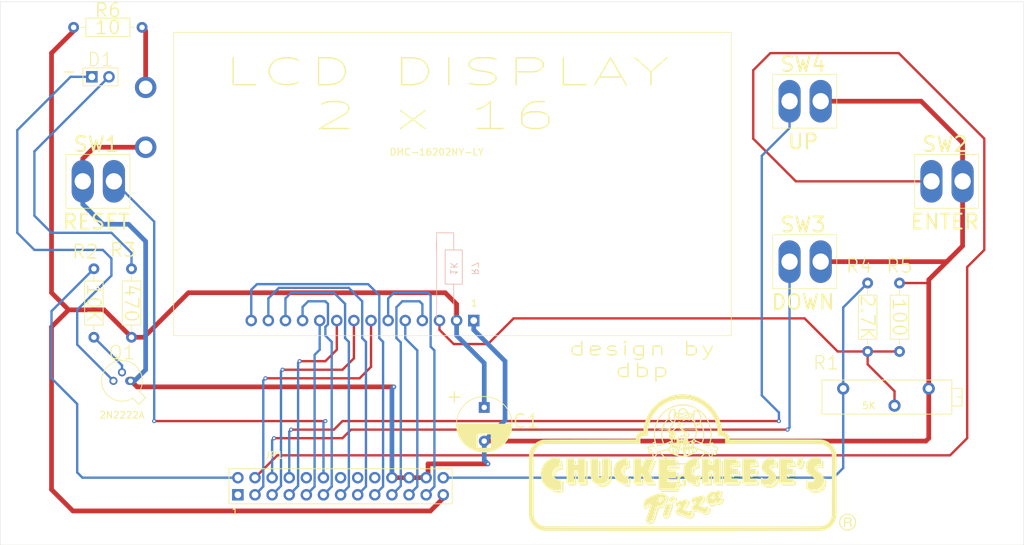
<source format=kicad_pcb>
(kicad_pcb (version 20240108) (generator "pcbnew") (generator_version "8.0")
  (layers (0 "F.Cu" signal) (31 "B.Cu" signal) (34 "B.Paste" user) (35 "F.Paste" user) (36 "B.SilkS" user "B.Silkscreen") (37 "F.SilkS" user "F.Silkscreen") (38 "B.Mask" user) (39 "F.Mask" user) (44 "Edge.Cuts" user))
  (net 0 "")
  (net 1 "Net-(D1-K)")
  (net 2 "VCC")
  (net 4 "Net-(JP1-Pin_6)")
  (net 5 "Net-(JP1-Pin_9)")
  (net 6 "Net-(JP1-Pin_19)")
  (net 7 "Net-(JP1-Pin_17)")
  (net 8 "Net-(JP1-Pin_11)")
  (net 10 "Net-(JP1-Pin_23)")
  (net 11 "Net-(JP1-Pin_13)")
  (net 13 "Net-(JP1-Pin_8)")
  (net 14 "Net-(JP1-Pin_2)")
  (net 15 "Net-(JP1-Pin_7)")
  (net 16 "Net-(JP1-Pin_4)")
  (net 17 "Net-(JP1-Pin_21)")
  (net 18 "Net-(JP1-Pin_3)")
  (net 19 "Net-(JP1-Pin_15)")
  (net 20 "Net-(JP1-Pin_12)")
  (net 23 "Net-(JP1-Pin_5)")
  (net 24 "GND")
  (net 25 "Net-(Q1-B)")
  (net 26 "Net-(H2-Pin_1)")
  (net 27 "Net-(D1-A)")
  (net 28 "26")
  (net 29 "Vo")
  (footprint "Resistor_THT:R_Axial_DIN0207_L6.3mm_D2.5mm_P10.16mm_Horizontal" (layer "F.Cu") (at 133.47 51.9 90)
    (property "Reference" "R5" (at 12.7 0 180) (layer "F.SilkS") (effects (font (size 2 2) (thickness 0.2) (bold yes))))
    (property "Value" "100" (at 5.08 0 -90) (layer "F.SilkS") (effects (font (size 2 2) (thickness 0.2))))
    (pad "1" thru_hole circle (at 0 0 90) (size 1.6 1.6) (drill 0.8) (layers "*.Cu" "*.Mask") (net 29 "Vo"))
    (pad "2" thru_hole oval (at 10.16 0 90) (size 1.6 1.6) (drill 0.8) (layers "*.Cu" "*.Mask") (net 24 "GND"))
  )
  (footprint "Evan's Kicad Library:CEC LCD pushbutton" (layer "F.Cu") (at 138.21 26.65)
    (property "Reference" "SW2" (at 2 -5.5 0) (layer "F.SilkS") (effects (font (size 2.2 2.2) (thickness 0.3))))
    (property "Value" "ENTER" (at 2 6 0) (layer "F.SilkS") (effects (font (size 2.2 2.2) (thickness 0.3))))
    (pad "1" thru_hole oval (at 0 0) (size 3.28 6.31) (drill 2.42) (layers "*.Cu" "*.Mask") (net 16 "Net-(JP1-Pin_4)"))
    (pad "2" thru_hole oval (at 4.62 0) (size 3.28 6.31) (drill 2.42) (layers "*.Cu" "*.Mask") (net 24 "GND"))
  )
  (footprint "Evan's Kicad Library:CEC LCD pushbutton" (layer "F.Cu") (at 117.15 38.57)
    (property "Reference" "SW3" (at 2 -5.5 0) (layer "F.SilkS") (effects (font (size 2.2 2.2) (thickness 0.3))))
    (property "Value" "DOWN" (at 2 6 0) (layer "F.SilkS") (effects (font (size 2.2 2.2) (thickness 0.3))))
    (pad "1" thru_hole oval (at 0 0) (size 3.28 6.31) (drill 2.42) (layers "*.Cu" "*.Mask") (net 4 "Net-(JP1-Pin_6)"))
    (pad "2" thru_hole oval (at 4.62 0) (size 3.28 6.31) (drill 2.42) (layers "*.Cu" "*.Mask") (net 24 "GND"))
  )
  (footprint "Package_TO_SOT_THT:TO-18-3" (layer "F.Cu") (at 19.35 56.26 180)
    (property "Reference" "Q1" (at 1.27 4.19 0) (layer "F.SilkS") (effects (font (size 2 2))))
    (property "Value" "2N2222A" (at 1.27 -5.08 0) (layer "F.SilkS"))
    (pad "1" thru_hole oval (at 0 0 180) (size 1.6 1.2) (drill 0.7) (layers "*.Cu" "*.Mask") (net 24 "GND"))
    (pad "2" thru_hole oval (at 1.27 1.27 180) (size 1.2 1.2) (drill 0.7) (layers "*.Cu" "*.Mask") (net 25 "Net-(Q1-B)"))
    (pad "3" thru_hole oval (at 2.54 0 180) (size 1.2 1.2) (drill 0.7) (layers "*.Cu" "*.Mask") (net 1 "Net-(D1-K)"))
  )
  (footprint "Resistor_THT:R_Axial_DIN0207_L6.3mm_D2.5mm_P10.16mm_Horizontal" (layer "F.Cu") (at 19.49 39.63 -90)
    (property "Reference" "R3" (at -2.8 1.27 0) (layer "F.SilkS") (effects (font (size 2 2) (thickness 0.2))))
    (property "Value" "470" (at 5.08 0 -90) (layer "F.SilkS") (effects (font (size 2 2) (thickness 0.2))))
    (pad "1" thru_hole circle (at 0 0 270) (size 1.6 1.6) (drill 0.8) (layers "*.Cu" "*.Mask") (net 27 "Net-(D1-A)"))
    (pad "2" thru_hole oval (at 10.16 0 270) (size 1.6 1.6) (drill 0.8) (layers "*.Cu" "*.Mask") (net 2 "VCC"))
  )
  (footprint "Connector_PinHeader_2.54mm:PinHeader_1x01_P2.54mm_Vertical" (layer "F.Cu") (at 21.59 21.59)
    (property "Reference" "H1" (hide yes))
    (property "Value" "MountingHole_Pad_MP")
    (pad "1" thru_hole circle (at 0 0) (size 3.18 3.18) (drill 2) (layers "*.Cu" "*.Mask") (net 24 "GND"))
  )
  (footprint "Connector_PinHeader_2.54mm:PinHeader_2x13_P2.54mm_Vertical" (layer "F.Cu") (at 35.28 73.17 90)
    (property "Reference" "JP1" (at 5.86 5.36 180) (layer "F.SilkS"))
    (property "Value" "Conn_02x13_Odd_Even")
    (pad "1" thru_hole rect (at 0 0 90) (size 1.7 1.7) (drill 1) (layers "*.Cu" "*.Mask"))
    (pad "2" thru_hole oval (at 2.54 0 90) (size 1.7 1.7) (drill 1) (layers "*.Cu" "*.Mask") (net 14 "Net-(JP1-Pin_2)"))
    (pad "3" thru_hole oval (at 0 2.54 90) (size 1.7 1.7) (drill 1) (layers "*.Cu" "*.Mask") (net 18 "Net-(JP1-Pin_3)"))
    (pad "4" thru_hole oval (at 2.54 2.54 90) (size 1.7 1.7) (drill 1) (layers "*.Cu" "*.Mask") (net 16 "Net-(JP1-Pin_4)"))
    (pad "5" thru_hole oval (at 0 5.08 90) (size 1.7 1.7) (drill 1) (layers "*.Cu" "*.Mask") (net 23 "Net-(JP1-Pin_5)"))
    (pad "6" thru_hole oval (at 2.54 5.08 90) (size 1.7 1.7) (drill 1) (layers "*.Cu" "*.Mask") (net 4 "Net-(JP1-Pin_6)"))
    (pad "7" thru_hole oval (at 0 7.62 90) (size 1.7 1.7) (drill 1) (layers "*.Cu" "*.Mask") (net 15 "Net-(JP1-Pin_7)"))
    (pad "8" thru_hole oval (at 2.54 7.62 90) (size 1.7 1.7) (drill 1) (layers "*.Cu" "*.Mask") (net 13 "Net-(JP1-Pin_8)"))
    (pad "9" thru_hole oval (at 0 10.16 90) (size 1.7 1.7) (drill 1) (layers "*.Cu" "*.Mask") (net 5 "Net-(JP1-Pin_9)"))
    (pad "10" thru_hole oval (at 2.54 10.16 90) (size 1.7 1.7) (drill 1) (layers "*.Cu" "*.Mask"))
    (pad "11" thru_hole oval (at 0 12.7 90) (size 1.7 1.7) (drill 1) (layers "*.Cu" "*.Mask") (net 8 "Net-(JP1-Pin_11)"))
    (pad "12" thru_hole oval (at 2.54 12.7 90) (size 1.7 1.7) (drill 1) (layers "*.Cu" "*.Mask") (net 20 "Net-(JP1-Pin_12)"))
    (pad "13" thru_hole oval (at 0 15.24 90) (size 1.7 1.7) (drill 1) (layers "*.Cu" "*.Mask") (net 11 "Net-(JP1-Pin_13)"))
    (pad "14" thru_hole oval (at 2.54 15.24 90) (size 1.7 1.7) (drill 1) (layers "*.Cu" "*.Mask"))
    (pad "15" thru_hole oval (at 0 17.78 90) (size 1.7 1.7) (drill 1) (layers "*.Cu" "*.Mask") (net 19 "Net-(JP1-Pin_15)"))
    (pad "16" thru_hole oval (at 2.54 17.78 90) (size 1.7 1.7) (drill 1) (layers "*.Cu" "*.Mask"))
    (pad "17" thru_hole oval (at 0 20.32 90) (size 1.7 1.7) (drill 1) (layers "*.Cu" "*.Mask") (net 7 "Net-(JP1-Pin_17)"))
    (pad "18" thru_hole oval (at 2.54 20.32 90) (size 1.7 1.7) (drill 1) (layers "*.Cu" "*.Mask"))
    (pad "19" thru_hole oval (at 0 22.86 90) (size 1.7 1.7) (drill 1) (layers "*.Cu" "*.Mask") (net 6 "Net-(JP1-Pin_19)"))
    (pad "20" thru_hole oval (at 2.54 22.86 90) (size 1.7 1.7) (drill 1) (layers "*.Cu" "*.Mask") (net 24 "GND"))
    (pad "21" thru_hole oval (at 0 25.4 90) (size 1.7 1.7) (drill 1) (layers "*.Cu" "*.Mask") (net 17 "Net-(JP1-Pin_21)"))
    (pad "22" thru_hole oval (at 2.54 25.4 90) (size 1.7 1.7) (drill 1) (layers "*.Cu" "*.Mask") (net 24 "GND"))
    (pad "23" thru_hole oval (at 0 27.94 90) (size 1.7 1.7) (drill 1) (layers "*.Cu" "*.Mask") (net 10 "Net-(JP1-Pin_23)"))
    (pad "24" thru_hole oval (at 2.54 27.94 90) (size 1.7 1.7) (drill 1) (layers "*.Cu" "*.Mask") (net 24 "GND"))
    (pad "25" thru_hole oval (at 0 30.48 90) (size 1.7 1.7) (drill 1) (layers "*.Cu" "*.Mask") (net 2 "VCC"))
    (pad "26" thru_hole oval (at 2.54 30.48 90) (size 1.7 1.7) (drill 1) (layers "*.Cu" "*.Mask") (net 28 "26"))
  )
  (footprint "Resistor_THT:R_Axial_DIN0207_L6.3mm_D2.5mm_P10.16mm_Horizontal" (layer "F.Cu") (at 10.9 3.8)
    (property "Reference" "R6" (at 5.08 -2.54 0) (layer "F.SilkS") (effects (font (size 2 2) (thickness 0.2))))
    (property "Value" "10" (at 5.08 0 0) (layer "F.SilkS") (effects (font (size 2 2) (thickness 0.2))))
    (pad "1" thru_hole circle (at 0 0) (size 1.6 1.6) (drill 0.8) (layers "*.Cu" "*.Mask") (net 2 "VCC"))
    (pad "2" thru_hole oval (at 10.16 0) (size 1.6 1.6) (drill 0.8) (layers "*.Cu" "*.Mask") (net 26 "Net-(H2-Pin_1)"))
  )
  (footprint "Potentiometer_THT:Potentiometer_Bourns_3006P_Horizontal" (layer "F.Cu") (at 125.11 57.4 180)
    (property "Reference" "R1" (at 2.54 3.81 0) (layer "F.SilkS") (effects (font (size 2 2))))
    (property "Value" "5K" (at -3.81 -2.54 0) (layer "F.SilkS"))
    (pad "1" thru_hole circle (at 0 0 180) (size 1.8 1.8) (drill 1) (layers "*.Cu" "*.Mask") (net 28 "26"))
    (pad "2" thru_hole circle (at -7.62 -2.54 180) (size 1.8 1.8) (drill 1) (layers "*.Cu" "*.Mask") (net 29 "Vo"))
    (pad "3" thru_hole circle (at -12.7 0 180) (size 1.8 1.8) (drill 1) (layers "*.Cu" "*.Mask") (net 24 "GND"))
  )
  (footprint "Evan's Kicad Library:CEC LCD" (layer "F.Cu") (at 70.28 47.31)
    (property "Reference" "JP2" (hide yes))
    (property "Value" "DMC-16202NY-LY" (at -5.5 -25 0) (layer "F.SilkS"))
    (fp_text user "LCD DISPLAY" (at -37.5 -34.5 0) (layer "F.SilkS") (effects (font (size 4 7) (thickness 0.2)) (justify left bottom)))
    (fp_text user "1" (at -0.5 -2 0) (layer "F.SilkS") (effects (justify left bottom)))
    (fp_text user "2 x 16" (at -24 -28 0) (layer "F.SilkS") (effects (font (size 4 7) (thickness 0.2)) (justify left bottom)))
    (pad "1" thru_hole rect (at 0 0 270) (size 1.7 1.7) (drill 1) (layers "*.Cu" "*.Mask") (net 24 "GND"))
    (pad "2" thru_hole oval (at -2.54 0 270) (size 1.7 1.7) (drill 1) (layers "*.Cu" "*.Mask") (net 2 "VCC"))
    (pad "3" thru_hole oval (at -5.08 0 270) (size 1.7 1.7) (drill 1) (layers "*.Cu" "*.Mask") (net 29 "Vo"))
    (pad "4" thru_hole oval (at -7.62 0 270) (size 1.7 1.7) (drill 1) (layers "*.Cu" "*.Mask") (net 6 "Net-(JP1-Pin_19)"))
    (pad "5" thru_hole oval (at -10.16 0 270) (size 1.7 1.7) (drill 1) (layers "*.Cu" "*.Mask") (net 17 "Net-(JP1-Pin_21)"))
    (pad "6" thru_hole oval (at -12.7 0 270) (size 1.7 1.7) (drill 1) (layers "*.Cu" "*.Mask") (net 10 "Net-(JP1-Pin_23)"))
    (pad "7" thru_hole oval (at -15.24 0 270) (size 1.7 1.7) (drill 1) (layers "*.Cu" "*.Mask") (net 18 "Net-(JP1-Pin_3)"))
    (pad "8" thru_hole oval (at -17.78 0 270) (size 1.7 1.7) (drill 1) (layers "*.Cu" "*.Mask") (net 23 "Net-(JP1-Pin_5)"))
    (pad "9" thru_hole oval (at -20.32 0 270) (size 1.7 1.7) (drill 1) (layers "*.Cu" "*.Mask") (net 15 "Net-(JP1-Pin_7)"))
    (pad "10" thru_hole oval (at -22.86 0 270) (size 1.7 1.7) (drill 1) (layers "*.Cu" "*.Mask") (net 5 "Net-(JP1-Pin_9)"))
    (pad "11" thru_hole oval (at -25.4 0 270) (size 1.7 1.7) (drill 1) (layers "*.Cu" "*.Mask") (net 8 "Net-(JP1-Pin_11)"))
    (pad "12" thru_hole oval (at -27.94 0 270) (size 1.7 1.7) (drill 1) (layers "*.Cu" "*.Mask") (net 11 "Net-(JP1-Pin_13)"))
    (pad "13" thru_hole oval (at -30.48 0 270) (size 1.7 1.7) (drill 1) (layers "*.Cu" "*.Mask") (net 19 "Net-(JP1-Pin_15)"))
    (pad "14" thru_hole oval (at -33.02 0 270) (size 1.7 1.7) (drill 1) (layers "*.Cu" "*.Mask") (net 7 "Net-(JP1-Pin_17)"))
  )
  (footprint "Evan's Kicad Library:CEC LCD pushbutton" (layer "F.Cu") (at 12.26 26.65)
    (property "Reference" "SW1" (at 2 -5.5 0) (layer "F.SilkS") (effects (font (size 2.2 2.2) (thickness 0.3))))
    (property "Value" "RESET" (at 2 6 0) (layer "F.SilkS") (effects (font (size 2.2 2.2) (thickness 0.3))))
    (pad "1" thru_hole oval (at 0 0) (size 3.28 6.31) (drill 2.42) (layers "*.Cu" "*.Mask") (net 24 "GND"))
    (pad "2" thru_hole oval (at 4.62 0) (size 3.28 6.31) (drill 2.42) (layers "*.Cu" "*.Mask") (net 20 "Net-(JP1-Pin_12)"))
  )
  (footprint "Capacitor_THT:CP_Radial_D8.0mm_P5.00mm" (layer "F.Cu") (at 71.84 60.2 -90)
    (property "Reference" "C1" (at 2.03 -6.212651 0) (layer "F.SilkS") (effects (font (size 2 2) (thickness 0.2))))
    (property "Value" "C_Polarized")
    (pad "1" thru_hole rect (at 0 0 270) (size 1.6 1.6) (drill 0.8) (layers "*.Cu" "*.Mask") (net 2 "VCC"))
    (pad "2" thru_hole circle (at 5 0 270) (size 1.6 1.6) (drill 0.8) (layers "*.Cu" "*.Mask") (net 24 "GND"))
  )
  (footprint "LOGO" (layer "F.Cu") (at 102.87 71.12)
    (property "Reference" "G***" (at 0 0 0) (layer "F.SilkS") (effects (font (size 1.5 1.5) (thickness 0.3))))
    (property "Value" "LOGO" (hide yes))
  )
  (footprint "Connector_PinHeader_2.54mm:PinHeader_1x01_P2.54mm_Vertical" (layer "F.Cu") (at 21.59 12.7)
    (property "Reference" "H2" (hide yes))
    (property "Value" "MountingHole_Pad_MP")
    (pad "1" thru_hole circle (at 0 0) (size 3.18 3.18) (drill 2) (layers "*.Cu" "*.Mask") (net 26 "Net-(H2-Pin_1)"))
  )
  (footprint "Resistor_THT:R_Axial_DIN0207_L6.3mm_D2.5mm_P10.16mm_Horizontal" (layer "F.Cu") (at 128.74 51.9 90)
    (property "Reference" "R4" (at 12.7 -1.27 180) (layer "F.SilkS") (effects (font (size 2 2) (thickness 0.2))))
    (property "Value" "2.7K" (at 5.08 0 -90) (layer "F.SilkS") (effects (font (size 2 2) (thickness 0.2))))
    (pad "1" thru_hole circle (at 0 0 90) (size 1.6 1.6) (drill 0.8) (layers "*.Cu" "*.Mask") (net 29 "Vo"))
    (pad "2" thru_hole oval (at 10.16 0 90) (size 1.6 1.6) (drill 0.8) (layers "*.Cu" "*.Mask") (net 28 "26"))
  )
  (footprint "Evan's Kicad Library:CEC LCD pushbutton" (layer "F.Cu") (at 117.15 14.76)
    (property "Reference" "SW4" (at 2 -5.5 0) (layer "F.SilkS") (effects (font (size 2.2 2.2) (thickness 0.3))))
    (property "Value" "UP" (at 2 6 0) (layer "F.SilkS") (effects (font (size 2.2 2.2) (thickness 0.3))))
    (pad "1" thru_hole oval (at 0 0) (size 3.28 6.31) (drill 2.42) (layers "*.Cu" "*.Mask") (net 13 "Net-(JP1-Pin_8)"))
    (pad "2" thru_hole oval (at 4.62 0) (size 3.28 6.31) (drill 2.42) (layers "*.Cu" "*.Mask") (net 24 "GND"))
  )
  (footprint "Resistor_THT:R_Axial_DIN0207_L6.3mm_D2.5mm_P10.16mm_Horizontal" (layer "F.Cu") (at 13.91 39.63 -90)
    (property "Reference" "R2" (at -2.54 1.27 0) (layer "F.SilkS") (effects (font (size 2 2) (thickness 0.2))))
    (property "Value" "10K" (at 5.08 0 -90) (layer "F.SilkS") (effects (font (size 2 2) (thickness 0.2))))
    (pad "1" thru_hole circle (at 0 0 270) (size 1.6 1.6) (drill 0.8) (layers "*.Cu" "*.Mask") (net 14 "Net-(JP1-Pin_2)"))
    (pad "2" thru_hole oval (at 10.16 0 270) (size 1.6 1.6) (drill 0.8) (layers "*.Cu" "*.Mask") (net 25 "Net-(Q1-B)"))
  )
  (footprint "Connector_PinHeader_2.54mm:PinHeader_1x02_P2.54mm_Vertical" (layer "F.Cu") (at 13.61 11.14 90)
    (property "Reference" "D1" (at 2.54 1.27 180) (layer "F.SilkS") (effects (font (size 2 2))))
    (property "Value" "LED")
    (pad "1" thru_hole rect (at 0 0 90) (size 1.7 1.7) (drill 1) (layers "*.Cu" "*.Mask") (net 1 "Net-(D1-K)"))
    (pad "2" thru_hole oval (at 0 2.54 90) (size 1.7 1.7) (drill 1) (layers "*.Cu" "*.Mask") (net 27 "Net-(D1-A)"))
  )
  (gr_rect (start 66.04 36.83) (end 68.58 41.91) (stroke (width 0.1)) (fill none) (layer "B.SilkS"))
  (gr_line (start 66.04 34.29) (end 67.31 34.29) (stroke (width 0.1)) (layer "B.SilkS"))
  (gr_line (start 67.31 34.29) (end 67.31 36.83) (stroke (width 0.1)) (layer "B.SilkS"))
  (gr_line (start 67.31 46.99) (end 67.31 41.91) (stroke (width 0.1)) (layer "B.SilkS"))
  (gr_line (start 64.77 46.99) (end 64.77 35.56) (stroke (width 0.1)) (layer "B.SilkS"))
  (gr_line (start 66.04 34.29) (end 64.77 34.29) (stroke (width 0.1)) (layer "B.SilkS"))
  (gr_line (start 64.77 34.29) (end 64.77 36.83) (stroke (width 0.1)) (layer "B.SilkS"))
  (gr_rect (start 0 0) (end 151.92 80.62) (stroke (width 0.05)) (fill none) (layer "Edge.Cuts"))
  (gr_text "1K" (at 67.31 40.64 270) (layer "B.SilkS") (effects (font (size 1 1) (thickness 0.1)) (justify left mirror)))
  (gr_text "R7" (at 69.85 40.64 -90) (layer "B.SilkS") (effects (font (size 1 1) (thickness 0.1)) (justify left bottom mirror)))
  (gr_text "design by\ndbp" (at 95.25 55.88 0) (layer "F.SilkS") (effects (font (size 2 3) (thickness 0.2)) (justify bottom)))
  (gr_text "-" (at 8.89 11.43 0) (layer "F.SilkS") (effects (font (size 2 2)) (justify left bottom)))
  (gr_text "1" (at 34.29 76.2 0) (layer "F.SilkS") (effects (font (size 1 1)) (justify left bottom)))
  (gr_text "+" (at 66.04 59.69 0) (layer "F.SilkS") (effects (font (size 2 2) (thickness 0.2)) (justify left bottom)))
  (segment (start 15.24 36.83) (end 5.08 36.83) (width 0.35) (layer "B.Cu") (net 1))
  (segment (start 11.43 50.88) (end 11.43 45.72) (width 0.35) (layer "B.Cu") (net 1))
  (segment (start 11.43 45.72) (end 16.51 40.64) (width 0.35) (layer "B.Cu") (net 1))
  (segment (start 16.81 56.26) (end 11.43 50.88) (width 0.35) (layer "B.Cu") (net 1))
  (segment (start 16.51 38.1) (end 15.24 36.83) (width 0.35) (layer "B.Cu") (net 1))
  (segment (start 10.45 11.14) (end 13.61 11.14) (width 0.35) (layer "B.Cu") (net 1))
  (segment (start 2.54 34.29) (end 2.54 19.05) (width 0.35) (layer "B.Cu") (net 1))
  (segment (start 2.54 19.05) (end 10.45 11.14) (width 0.35) (layer "B.Cu") (net 1))
  (segment (start 5.08 36.83) (end 2.54 34.29) (width 0.35) (layer "B.Cu") (net 1))
  (segment (start 16.51 40.64) (end 16.51 38.1) (width 0.35) (layer "B.Cu") (net 1))
  (segment (start 7.62 43.18) (end 7.62 7.62) (width 0.7) (layer "F.Cu") (net 2))
  (segment (start 66.04 43.18) (end 27.94 43.18) (width 0.7) (layer "F.Cu") (net 2))
  (segment (start 67.74 44.88) (end 66.04 43.18) (width 0.7) (layer "F.Cu") (net 2))
  (segment (start 10.16 45.72) (end 7.62 48.26) (width 0.7) (layer "F.Cu") (net 2))
  (segment (start 10.795 75.565) (end 63.855 75.565) (width 0.7) (layer "F.Cu") (net 2))
  (segment (start 7.62 7.62) (end 10.9 4.34) (width 0.7) (layer "F.Cu") (net 2))
  (segment (start 7.62 48.26) (end 7.62 72.39) (width 0.7) (layer "F.Cu") (net 2))
  (segment (start 21.33 49.79) (end 19.49 49.79) (width 0.7) (layer "F.Cu") (net 2))
  (segment (start 7.62 72.39) (end 10.795 75.565) (width 0.7) (layer "F.Cu") (net 2))
  (segment (start 27.94 43.18) (end 21.33 49.79) (width 0.7) (layer "F.Cu") (net 2))
  (segment (start 10.16 45.72) (end 7.62 43.18) (width 0.7) (layer "F.Cu") (net 2))
  (segment (start 67.74 47.31) (end 67.74 44.88) (width 0.7) (layer "F.Cu") (net 2))
  (segment (start 65.76 73.66) (end 65.76 73.17) (width 0.7) (layer "F.Cu") (net 2))
  (segment (start 15.42 45.72) (end 10.16 45.72) (width 0.7) (layer "F.Cu") (net 2))
  (segment (start 10.9 4.34) (end 10.9 3.8) (width 0.7) (layer "F.Cu") (net 2))
  (segment (start 19.49 49.79) (end 15.42 45.72) (width 0.7) (layer "F.Cu") (net 2))
  (segment (start 63.855 75.565) (end 65.76 73.66) (width 0.7) (layer "F.Cu") (net 2))
  (segment (start 71.84 60.2) (end 71.84 53.63) (width 0.7) (layer "B.Cu") (net 2))
  (segment (start 67.74 49.53) (end 67.74 47.31) (width 0.7) (layer "B.Cu") (net 2))
  (segment (start 71.84 53.63) (end 67.74 49.53) (width 0.7) (layer "B.Cu") (net 2))
  (segment (start 52.07 63.5) (end 50.8 64.77) (width 0.35) (layer "F.Cu") (net 4))
  (segment (start 50.8 64.77) (end 40.64 64.77) (width 0.35) (layer "F.Cu") (net 4))
  (segment (start 116.84 63.5) (end 52.07 63.5) (width 0.35) (layer "F.Cu") (net 4))
  (via (at 116.84 63.5) (size 0.6) (drill 0.3) (layers "F.Cu" "B.Cu") (net 4))
  (via (at 40.64 64.77) (size 0.6) (drill 0.3) (layers "F.Cu" "B.Cu") (net 4))
  (segment (start 117.15 63.19) (end 116.84 63.5) (width 0.35) (layer "B.Cu") (net 4))
  (segment (start 40.36 65.05) (end 40.64 64.77) (width 0.35) (layer "B.Cu") (net 4))
  (segment (start 117.15 38.57) (end 117.15 63.19) (width 0.35) (layer "B.Cu") (net 4))
  (segment (start 40.36 70.63) (end 40.36 65.05) (width 0.35) (layer "B.Cu") (net 4))
  (segment (start 47.42 51.64) (end 46.665 52.395) (width 0.35) (layer "B.Cu") (net 5))
  (segment (start 47.42 47.31) (end 47.42 51.64) (width 0.35) (layer "B.Cu") (net 5))
  (segment (start 46.665 52.395) (end 46.665 71.945) (width 0.35) (layer "B.Cu") (net 5))
  (segment (start 46.665 71.945) (end 45.44 73.17) (width 0.35) (layer "B.Cu") (net 5))
  (segment (start 59.455 50.565) (end 58.805 49.915) (width 0.35) (layer "B.Cu") (net 6))
  (segment (start 59.455 71.855) (end 59.455 50.565) (width 0.35) (layer "B.Cu") (net 6))
  (segment (start 58.805 45.335) (end 59.69 44.45) (width 0.35) (layer "B.Cu") (net 6))
  (segment (start 59.69 44.45) (end 62.23 44.45) (width 0.35) (layer "B.Cu") (net 6))
  (segment (start 62.66 44.88) (end 62.66 47.31) (width 0.35) (layer "B.Cu") (net 6))
  (segment (start 58.805 49.915) (end 58.805 45.335) (width 0.35) (layer "B.Cu") (net 6))
  (segment (start 58.14 73.17) (end 59.455 71.855) (width 0.35) (layer "B.Cu") (net 6))
  (segment (start 62.23 44.45) (end 62.66 44.88) (width 0.35) (layer "B.Cu") (net 6))
  (segment (start 37.26 42.75) (end 38.1 41.91) (width 0.35) (layer "B.Cu") (net 7))
  (segment (start 54.61 41.91) (end 56.265 43.565) (width 0.35) (layer "B.Cu") (net 7))
  (segment (start 56.825 50.475) (end 56.825 71.945) (width 0.35) (layer "B.Cu") (net 7))
  (segment (start 56.825 71.945) (end 55.6 73.17) (width 0.35) (layer "B.Cu") (net 7))
  (segment (start 56.265 43.565) (end 56.265 49.915) (width 0.35) (layer "B.Cu") (net 7))
  (segment (start 37.26 47.31) (end 37.26 42.75) (width 0.35) (layer "B.Cu") (net 7))
  (segment (start 56.265 49.915) (end 56.825 50.475) (width 0.35) (layer "B.Cu") (net 7))
  (segment (start 38.1 41.91) (end 54.61 41.91) (width 0.35) (layer "B.Cu") (net 7))
  (segment (start 48.26 49.53) (end 48.26 48.26) (width 0.35) (layer "B.Cu") (net 8))
  (segment (start 45.72 44.45) (end 44.88 45.29) (width 0.35) (layer "B.Cu") (net 8))
  (segment (start 49.205 50.475) (end 48.26 49.53) (width 0.35) (layer "B.Cu") (net 8))
  (segment (start 49.205 71.945) (end 49.205 50.475) (width 0.35) (layer "B.Cu") (net 8))
  (segment (start 48.26 44.45) (end 45.72 44.45) (width 0.35) (layer "B.Cu") (net 8))
  (segment (start 47.98 73.17) (end 49.205 71.945) (width 0.35) (layer "B.Cu") (net 8))
  (segment (start 44.88 45.29) (end 44.88 47.31) (width 0.35) (layer "B.Cu") (net 8))
  (segment (start 48.645 44.835) (end 48.26 44.45) (width 0.35) (layer "B.Cu") (net 8))
  (segment (start 48.26 48.26) (end 48.645 47.875) (width 0.35) (layer "B.Cu") (net 8))
  (segment (start 48.645 47.875) (end 48.645 44.835) (width 0.35) (layer "B.Cu") (net 8))
  (segment (start 58.42 43.18) (end 63.5 43.18) (width 0.35) (layer "B.Cu") (net 10))
  (segment (start 63.5 43.18) (end 63.885 43.565) (width 0.35) (layer "B.Cu") (net 10))
  (segment (start 64.445 51.745) (end 64.445 71.945) (width 0.35) (layer "B.Cu") (net 10))
  (segment (start 64.445 71.945) (end 63.22 73.17) (width 0.35) (layer "B.Cu") (net 10))
  (segment (start 57.58 44.02) (end 58.42 43.18) (width 0.35) (layer "B.Cu") (net 10))
  (segment (start 63.885 51.185) (end 64.445 51.745) (width 0.35) (layer "B.Cu") (net 10))
  (segment (start 63.885 43.565) (end 63.885 51.185) (width 0.35) (layer "B.Cu") (net 10))
  (segment (start 57.58 47.31) (end 57.58 44.02) (width 0.35) (layer "B.Cu") (net 10))
  (segment (start 43.18 43.18) (end 49.53 43.18) (width 0.35) (layer "B.Cu") (net 11))
  (segment (start 42.34 47.31) (end 42.34 44.02) (width 0.35) (layer "B.Cu") (net 11))
  (segment (start 51.745 71.945) (end 50.52 73.17) (width 0.35) (layer "B.Cu") (net 11))
  (segment (start 49.53 43.18) (end 51.185 44.835) (width 0.35) (layer "B.Cu") (net 11))
  (segment (start 51.185 44.835) (end 51.185 49.915) (width 0.35) (layer "B.Cu") (net 11))
  (segment (start 51.745 50.475) (end 51.745 71.945) (width 0.35) (layer "B.Cu") (net 11))
  (segment (start 42.34 44.02) (end 43.18 43.18) (width 0.35) (layer "B.Cu") (net 11))
  (segment (start 51.185 49.915) (end 51.745 50.475) (width 0.35) (layer "B.Cu") (net 11))
  (segment (start 49.53 63.5) (end 43.18 63.5) (width 0.35) (layer "F.Cu") (net 13))
  (segment (start 115.57 62.23) (end 50.8 62.23) (width 0.35) (layer "F.Cu") (net 13))
  (segment (start 50.8 62.23) (end 49.53 63.5) (width 0.35) (layer "F.Cu") (net 13))
  (via (at 43.18 63.5) (size 0.6) (drill 0.3) (layers "F.Cu" "B.Cu") (net 13))
  (via (at 115.57 62.23) (size 0.6) (drill 0.3) (layers "F.Cu" "B.Cu") (net 13))
  (segment (start 113.03 22.86) (end 113.03 58.42) (width 0.35) (layer "B.Cu") (net 13))
  (segment (start 42.9 63.78) (end 43.18 63.5) (width 0.35) (layer "B.Cu") (net 13))
  (segment (start 117.15 14.76) (end 117.15 18.74) (width 0.35) (layer "B.Cu") (net 13))
  (segment (start 42.9 70.63) (end 42.9 63.78) (width 0.35) (layer "B.Cu") (net 13))
  (segment (start 117.15 18.74) (end 113.03 22.86) (width 0.35) (layer "B.Cu") (net 13))
  (segment (start 115.57 60.96) (end 115.57 62.23) (width 0.35) (layer "B.Cu") (net 13))
  (segment (start 113.03 58.42) (end 115.57 60.96) (width 0.35) (layer "B.Cu") (net 13))
  (segment (start 7.62 45.92) (end 13.91 39.63) (width 0.35) (layer "B.Cu") (net 14))
  (segment (start 11.43 59.69) (end 7.62 55.88) (width 0.35) (layer "B.Cu") (net 14))
  (segment (start 7.62 55.88) (end 7.62 45.92) (width 0.35) (layer "B.Cu") (net 14))
  (segment (start 11.43 69.85) (end 11.43 59.69) (width 0.35) (layer "B.Cu") (net 14))
  (segment (start 12.21 70.63) (end 11.43 69.85) (width 0.35) (layer "B.Cu") (net 14))
  (segment (start 35.28 70.63) (end 12.21 70.63) (width 0.35) (layer "B.Cu") (net 14))
  (segment (start 49.96 51.64) (end 48.26 53.34) (width 0.35) (layer "F.Cu") (net 15))
  (segment (start 48.26 53.34) (end 44.45 53.34) (width 0.35) (layer "F.Cu") (net 15))
  (segment (start 49.96 47.31) (end 49.96 51.64) (width 0.35) (layer "F.Cu") (net 15))
  (via (at 44.45 53.34) (size 0.6) (drill 0.3) (layers "F.Cu" "B.Cu") (net 15))
  (segment (start 44.45 53.34) (end 44.215 53.575) (width 0.35) (layer "B.Cu") (net 15))
  (segment (start 44.215 71.855) (end 44.215 53.575) (width 0.35) (layer "B.Cu") (net 15))
  (segment (start 42.9 73.17) (end 44.215 71.855) (width 0.35) (layer "B.Cu") (net 15))
  (segment (start 143.51 39.37) (end 143.51 64.77) (width 0.35) (layer "F.Cu") (net 16))
  (segment (start 114.3 7.62) (end 133.35 7.62) (width 0.35) (layer "F.Cu") (net 16))
  (segment (start 41.14 67.31) (end 37.82 70.63) (width 0.35) (layer "F.Cu") (net 16))
  (segment (start 140.97 67.31) (end 41.14 67.31) (width 0.35) (layer "F.Cu") (net 16))
  (segment (start 111.76 10.16) (end 114.3 7.62) (width 0.35) (layer "F.Cu") (net 16))
  (segment (start 146.05 20.32) (end 146.05 36.83) (width 0.35) (layer "F.Cu") (net 16))
  (segment (start 133.35 7.62) (end 146.05 20.32) (width 0.35) (layer "F.Cu") (net 16))
  (segment (start 146.05 36.83) (end 143.51 39.37) (width 0.35) (layer "F.Cu") (net 16))
  (segment (start 138.21 26.65) (end 118.09 26.65) (width 0.35) (layer "F.Cu") (net 16))
  (segment (start 111.76 20.32) (end 111.76 10.16) (width 0.35) (layer "F.Cu") (net 16))
  (segment (start 118.09 26.65) (end 111.76 20.32) (width 0.35) (layer "F.Cu") (net 16))
  (segment (start 143.51 64.77) (end 140.97 67.31) (width 0.35) (layer "F.Cu") (net 16))
  (segment (start 60.68 73.17) (end 61.905 71.945) (width 0.35) (layer "B.Cu") (net 17))
  (segment (start 61.905 51.745) (end 60.12 49.96) (width 0.35) (layer "B.Cu") (net 17))
  (segment (start 60.12 49.96) (end 60.12 47.31) (width 0.35) (layer "B.Cu") (net 17))
  (segment (start 61.905 71.945) (end 61.905 51.745) (width 0.35) (layer "B.Cu") (net 17))
  (segment (start 55.04 54.18) (end 53.34 55.88) (width 0.35) (layer "F.Cu") (net 18))
  (segment (start 53.34 55.88) (end 39.37 55.88) (width 0.35) (layer "F.Cu") (net 18))
  (segment (start 55.04 47.31) (end 55.04 54.18) (width 0.35) (layer "F.Cu") (net 18))
  (via (at 39.37 55.88) (size 0.6) (drill 0.3) (layers "F.Cu" "B.Cu") (net 18))
  (segment (start 39.045 56.205) (end 39.37 55.88) (width 0.35) (layer "B.Cu") (net 18))
  (segment (start 39.045 71.945) (end 39.045 56.205) (width 0.35) (layer "B.Cu") (net 18))
  (segment (start 37.82 73.17) (end 39.045 71.945) (width 0.35) (layer "B.Cu") (net 18))
  (segment (start 53.725 49.915) (end 53.725 44.45) (width 0.35) (layer "B.Cu") (net 19))
  (segment (start 53.06 73.17) (end 54.285 71.945) (width 0.35) (layer "B.Cu") (net 19))
  (segment (start 54.285 50.475) (end 53.725 49.915) (width 0.35) (layer "B.Cu") (net 19))
  (segment (start 39.8 44.02) (end 39.8 47.31) (width 0.35) (layer "B.Cu") (net 19))
  (segment (start 51.735 42.46) (end 41.36 42.46) (width 0.35) (layer "B.Cu") (net 19))
  (segment (start 53.725 44.45) (end 51.735 42.46) (width 0.35) (layer "B.Cu") (net 19))
  (segment (start 54.285 71.945) (end 54.285 50.475) (width 0.35) (layer "B.Cu") (net 19))
  (segment (start 41.36 42.46) (end 39.8 44.02) (width 0.35) (layer "B.Cu") (net 19))
  (segment (start 22.86 62.23) (end 48.26 62.23) (width 0.35) (layer "F.Cu") (net 20))
  (via (at 48.26 62.23) (size 0.6) (drill 0.3) (layers "F.Cu" "B.Cu") (net 20))
  (via (at 22.86 62.23) (size 0.6) (drill 0.3) (layers "F.Cu" "B.Cu") (net 20))
  (segment (start 22.86 43.18) (end 22.86 62.23) (width 0.35) (layer "B.Cu") (net 20))
  (segment (start 47.98 70.63) (end 47.98 62.23) (width 0.35) (layer "B.Cu") (net 20))
  (segment (start 16.88 26.65) (end 22.86 32.63) (width 0.35) (layer "B.Cu") (net 20))
  (segment (start 22.86 32.63) (end 22.86 43.18) (width 0.35) (layer "B.Cu") (net 20))
  (segment (start 48.26 62.23) (end 47.98 62.23) (width 0.35) (layer "B.Cu") (net 20))
  (segment (start 52.5 47.31) (end 52.5 52.91) (width 0.35) (layer "F.Cu") (net 23))
  (segment (start 50.8 54.61) (end 41.91 54.61) (width 0.35) (layer "F.Cu") (net 23))
  (segment (start 52.5 52.91) (end 50.8 54.61) (width 0.35) (layer "F.Cu") (net 23))
  (via (at 41.91 54.61) (size 0.6) (drill 0.3) (layers "F.Cu" "B.Cu") (net 23))
  (segment (start 41.675 54.845) (end 41.91 54.61) (width 0.35) (layer "B.Cu") (net 23))
  (segment (start 40.36 73.17) (end 41.675 71.855) (width 0.35) (layer "B.Cu") (net 23))
  (segment (start 41.675 71.855) (end 41.675 54.845) (width 0.35) (layer "B.Cu") (net 23))
  (segment (start 140.5 38.57) (end 140.97 38.1) (width 0.7) (layer "F.Cu") (net 24))
  (segment (start 13.97 21.59) (end 21.59 21.59) (width 0.7) (layer "F.Cu") (net 24))
  (segment (start 133.47 41.74) (end 137.64 41.74) (width 0.35) (layer "F.Cu") (net 24))
  (segment (start 71.84 65.2) (end 137.38 65.2) (width 0.7) (layer "F.Cu") (net 24))
  (segment (start 121.77 38.57) (end 140.5 38.57) (width 0.7) (layer "F.Cu") (net 24))
  (segment (start 142.83 26.65) (end 142.83 20.91) (width 0.7) (layer "F.Cu") (net 24))
  (segment (start 136.68 14.76) (end 121.77 14.76) (width 0.7) (layer "F.Cu") (net 24))
  (segment (start 140.97 38.1) (end 142.83 36.24) (width 0.7) (layer "F.Cu") (net 24))
  (segment (start 142.83 36.24) (end 142.83 26.65) (width 0.7) (layer "F.Cu") (net 24))
  (segment (start 137.81 57.4) (end 137.81 41.91) (width 0.7) (layer "F.Cu") (net 24))
  (segment (start 137.38 65.2) (end 137.81 64.77) (width 0.7) (layer "F.Cu") (net 24))
  (segment (start 60.68 70.63) (end 58.14 70.63) (width 0.7) (layer "F.Cu") (net 24))
  (segment (start 20.32 57.15) (end 19.43 56.26) (width 0.7) (layer "F.Cu") (net 24))
  (segment (start 63.5 70.35) (end 63.22 70.63) (width 0.7) (layer "F.Cu") (net 24))
  (segment (start 20.32 57.15) (end 58.42 57.15) (width 0.7) (layer "F.Cu") (net 24))
  (segment (start 63.5 68.58) (end 63.5 70.35) (width 0.7) (layer "F.Cu") (net 24))
  (segment (start 12.26 23.3) (end 13.97 21.59) (width 0.7) (layer "F.Cu") (net 24))
  (segment (start 19.43 56.26) (end 19.35 56.26) (width 0.7) (layer "F.Cu") (net 24))
  (segment (start 137.64 41.74) (end 137.81 41.91) (width 0.35) (layer "F.Cu") (net 24))
  (segment (start 137.81 64.77) (end 137.81 57.4) (width 0.7) (layer "F.Cu") (net 24))
  (segment (start 137.81 41.91) (end 137.81 41.26) (width 0.7) (layer "F.Cu") (net 24))
  (segment (start 72.39 68.58) (end 63.5 68.58) (width 0.7) (layer "F.Cu") (net 24))
  (segment (start 142.83 20.91) (end 136.68 14.76) (width 0.7) (layer "F.Cu") (net 24))
  (segment (start 63.22 70.63) (end 60.68 70.63) (width 0.7) (layer "F.Cu") (net 24))
  (segment (start 12.26 26.65) (end 12.26 23.3) (width 0.7) (layer "F.Cu") (net 24))
  (segment (start 137.81 41.26) (end 140.97 38.1) (width 0.7) (layer "F.Cu") (net 24))
  (via (at 72.39 68.58) (size 0.6) (drill 0.3) (layers "F.Cu" "B.Cu") (net 24))
  (via (at 58.42 57.15) (size 0.6) (drill 0.3) (layers "F.Cu" "B.Cu") (net 24))
  (segment (start 74.93 53.34) (end 70.28 48.69) (width 0.7) (layer "B.Cu") (net 24))
  (segment (start 71.84 65.2) (end 71.84 68.03) (width 0.7) (layer "B.Cu") (net 24))
  (segment (start 70.28 48.69) (end 70.28 47.31) (width 0.7) (layer "B.Cu") (net 24))
  (segment (start 58.14 57.43) (end 58.42 57.15) (width 0.7) (layer "B.Cu") (net 24))
  (segment (start 19.94 56.26) (end 19.35 56.26) (width 0.7) (layer "B.Cu") (net 24))
  (segment (start 15.24 33.02) (end 19.05 33.02) (width 0.7) (layer "B.Cu") (net 24))
  (segment (start 19.05 33.02) (end 21.59 35.56) (width 0.7) (layer "B.Cu") (net 24))
  (segment (start 21.59 35.56) (end 21.59 54.61) (width 0.7) (layer "B.Cu") (net 24))
  (segment (start 71.84 65.2) (end 74.93 62.11) (width 0.7) (layer "B.Cu") (net 24))
  (segment (start 71.84 68.03) (end 72.39 68.58) (width 0.7) (layer "B.Cu") (net 24))
  (segment (start 74.93 62.11) (end 74.93 53.34) (width 0.7) (layer "B.Cu") (net 24))
  (segment (start 58.14 70.63) (end 58.14 57.43) (width 0.7) (layer "B.Cu") (net 24))
  (segment (start 12.26 30.04) (end 15.24 33.02) (width 0.7) (layer "B.Cu") (net 24))
  (segment (start 21.59 54.61) (end 19.94 56.26) (width 0.7) (layer "B.Cu") (net 24))
  (segment (start 12.26 26.65) (end 12.26 30.04) (width 0.7) (layer "B.Cu") (net 24))
  (segment (start 18.08 54.99) (end 18.08 53.96) (width 0.35) (layer "B.Cu") (net 25))
  (segment (start 18.08 53.96) (end 13.91 49.79) (width 0.35) (layer "B.Cu") (net 25))
  (segment (start 21.59 12.7) (end 21.59 4.33) (width 0.7) (layer "F.Cu") (net 26))
  (segment (start 21.59 4.33) (end 21.06 3.8) (width 0.7) (layer "F.Cu") (net 26))
  (segment (start 7.62 34.29) (end 5.08 31.75) (width 0.35) (layer "B.Cu") (net 27))
  (segment (start 16.51 34.29) (end 7.62 34.29) (width 0.35) (layer "B.Cu") (net 27))
  (segment (start 19.49 39.63) (end 19.49 37.27) (width 0.35) (layer "B.Cu") (net 27))
  (segment (start 19.49 37.27) (end 16.51 34.29) (width 0.35) (layer "B.Cu") (net 27))
  (segment (start 5.08 22.21) (end 16.15 11.14) (width 0.35) (layer "B.Cu") (net 27))
  (segment (start 5.08 31.75) (end 5.08 22.21) (width 0.35) (layer "B.Cu") (net 27))
  (segment (start 128.74 41.74) (end 125.11 45.37) (width 0.35) (layer "B.Cu") (net 28))
  (segment (start 125.11 57.4) (end 125.11 69.2) (width 0.35) (layer "B.Cu") (net 28))
  (segment (start 125.11 45.37) (end 125.11 57.4) (width 0.35) (layer "B.Cu") (net 28))
  (segment (start 125.11 69.2) (end 123.68 70.63) (width 0.35) (layer "B.Cu") (net 28))
  (segment (start 123.68 70.63) (end 65.76 70.63) (width 0.35) (layer "B.Cu") (net 28))
  (segment (start 124.29 51.9) (end 128.74 51.9) (width 0.35) (layer "F.Cu") (net 29))
  (segment (start 132.73 59.94) (end 132.73 57.8) (width 0.35) (layer "F.Cu") (net 29))
  (segment (start 119.38 46.99) (end 124.29 51.9) (width 0.35) (layer "F.Cu") (net 29))
  (segment (start 132.73 57.8) (end 128.74 53.81) (width 0.35) (layer "F.Cu") (net 29))
  (segment (start 67.31 50.8) (end 72.39 50.8) (width 0.35) (layer "F.Cu") (net 29))
  (segment (start 72.39 50.8) (end 76.2 46.99) (width 0.35) (layer "F.Cu") (net 29))
  (segment (start 76.2 46.99) (end 119.38 46.99) (width 0.35) (layer "F.Cu") (net 29))
  (segment (start 65.2 48.69) (end 67.31 50.8) (width 0.35) (layer "F.Cu") (net 29))
  (segment (start 128.74 51.9) (end 133.47 51.9) (width 0.35) (layer "F.Cu") (net 29))
  (segment (start 65.2 47.31) (end 65.2 48.69) (width 0.35) (layer "F.Cu") (net 29))
  (segment (start 128.74 53.81) (end 128.74 51.9) (width 0.35) (layer "F.Cu") (net 29))
)
</source>
